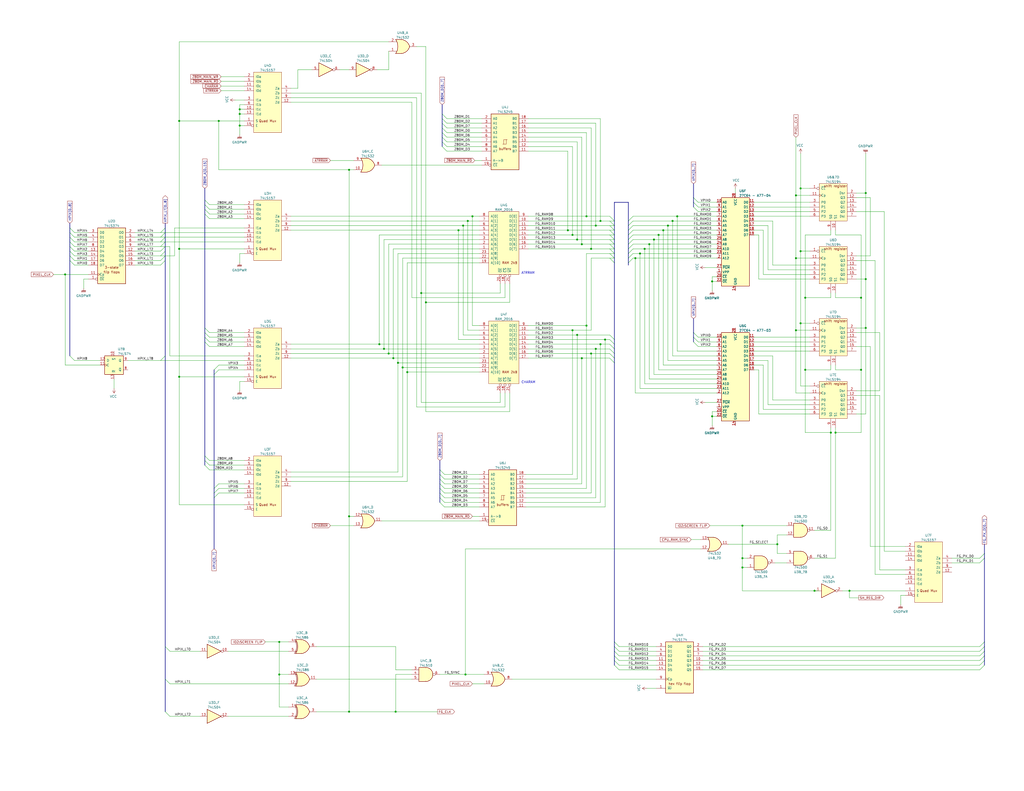
<source format=kicad_sch>
(kicad_sch (version 20211123) (generator eeschema)
  (paper "C")
  (title_block (title "Slapfight Arcade PCB") (company "Schematics created by Neil Ward & Anton Gale"))
  (junction (at 472.44 152.4))
  (junction (at 424.18 297.18))
  (junction (at 469.9 201.93))
  (junction (at 219.71 200.66))
  (junction (at 463.55 322.58))
  (junction (at 434.34 140.97))
  (junction (at 97.79 66.04))
  (junction (at 152.4 368.3))
  (junction (at 255.27 120.65))
  (junction (at 232.41 165.1))
  (junction (at 439.42 201.93))
  (junction (at 190.5 92.71))
  (junction (at 359.41 128.27))
  (junction (at 97.79 205.74))
  (junction (at 130.81 59.69))
  (junction (at 119.38 66.04))
  (junction (at 130.81 68.58))
  (junction (at 314.96 130.81))
  (junction (at 190.5 281.94))
  (junction (at 364.49 123.19))
  (junction (at 405.13 304.8))
  (junction (at 229.87 160.02))
  (junction (at 309.88 125.73))
  (junction (at 472.44 105.41))
  (junction (at 257.81 118.11))
  (junction (at 436.88 176.53))
  (junction (at 325.12 123.19))
  (junction (at 35.56 149.86))
  (junction (at 320.04 118.11))
  (junction (at 434.34 180.34))
  (junction (at 322.58 193.04))
  (junction (at 97.79 135.89))
  (junction (at 190.5 388.62))
  (junction (at 349.25 138.43))
  (junction (at 317.5 133.35))
  (junction (at 327.66 187.96))
  (junction (at 327.66 120.65))
  (junction (at 215.9 388.62))
  (junction (at 152.4 350.52))
  (junction (at 356.87 130.81))
  (junction (at 320.04 177.8))
  (junction (at 209.55 190.5))
  (junction (at 361.95 125.73))
  (junction (at 250.19 125.73))
  (junction (at 212.09 193.04))
  (junction (at 436.88 137.16))
  (junction (at 439.42 162.56))
  (junction (at 214.63 195.58))
  (junction (at 434.34 106.68))
  (junction (at 351.79 135.89))
  (junction (at 405.13 287.02))
  (junction (at 322.58 135.89))
  (junction (at 369.57 118.11))
  (junction (at 367.03 120.65))
  (junction (at 453.39 236.22))
  (junction (at 330.2 185.42))
  (junction (at 405.13 309.88))
  (junction (at 207.01 187.96))
  (junction (at 354.33 133.35))
  (junction (at 388.62 153.67))
  (junction (at 469.9 162.56))
  (junction (at 455.93 236.22))
  (junction (at 314.96 182.88))
  (junction (at 222.25 203.2))
  (junction (at 436.88 102.87))
  (junction (at 444.5 322.58))
  (junction (at 217.17 198.12))
  (junction (at 388.62 227.33))
  (junction (at 252.73 123.19))
  (junction (at 312.42 180.34))
  (junction (at 317.5 195.58))
  (junction (at 312.42 128.27))
  (junction (at 472.44 179.07))
  (junction (at 130.81 62.23))
  (junction (at 254 368.3))
  (junction (at 346.71 140.97))
  (junction (at 325.12 190.5))
  (bus_entry (at 243.84 67.31) (size -2.54 -2.54))
  (bus_entry (at 114.3 111.76) (size -2.54 -2.54))
  (bus_entry (at 114.3 251.46) (size -2.54 -2.54))
  (bus_entry (at 537.21 353.06) (size -2.54 2.54))
  (bus_entry (at 114.3 116.84) (size -2.54 -2.54))
  (bus_entry (at 242.57 274.32) (size -2.54 -2.54))
  (bus_entry (at 38.1 139.7) (size 2.54 2.54))
  (bus_entry (at 38.1 137.16) (size 2.54 2.54))
  (bus_entry (at 114.3 256.54) (size -2.54 -2.54))
  (bus_entry (at 242.57 261.62) (size -2.54 -2.54))
  (bus_entry (at 335.28 358.14) (size 2.54 2.54))
  (bus_entry (at 38.1 142.24) (size 2.54 2.54))
  (bus_entry (at 378.46 107.95) (size 2.54 2.54))
  (bus_entry (at 378.46 113.03) (size 2.54 2.54))
  (bus_entry (at 378.46 110.49) (size 2.54 2.54))
  (bus_entry (at 242.57 276.86) (size -2.54 -2.54))
  (bus_entry (at 243.84 74.93) (size -2.54 -2.54))
  (bus_entry (at 243.84 82.55) (size -2.54 -2.54))
  (bus_entry (at 119.38 264.16) (size -2.54 2.54))
  (bus_entry (at 242.57 271.78) (size -2.54 -2.54))
  (bus_entry (at 114.3 119.38) (size -2.54 -2.54))
  (bus_entry (at 38.1 132.08) (size 2.54 2.54))
  (bus_entry (at 537.21 363.22) (size -2.54 2.54))
  (bus_entry (at 114.3 254) (size -2.54 -2.54))
  (bus_entry (at 38.1 124.46) (size 2.54 2.54))
  (bus_entry (at 38.1 134.62) (size 2.54 2.54))
  (bus_entry (at 243.84 72.39) (size -2.54 -2.54))
  (bus_entry (at 378.46 186.69) (size 2.54 2.54))
  (bus_entry (at 342.9 120.65) (size 2.54 -2.54))
  (bus_entry (at 342.9 125.73) (size 2.54 -2.54))
  (bus_entry (at 342.9 123.19) (size 2.54 -2.54))
  (bus_entry (at 342.9 128.27) (size 2.54 -2.54))
  (bus_entry (at 342.9 130.81) (size 2.54 -2.54))
  (bus_entry (at 342.9 133.35) (size 2.54 -2.54))
  (bus_entry (at 342.9 138.43) (size 2.54 -2.54))
  (bus_entry (at 342.9 135.89) (size 2.54 -2.54))
  (bus_entry (at 342.9 143.51) (size 2.54 -2.54))
  (bus_entry (at 342.9 140.97) (size 2.54 -2.54))
  (bus_entry (at 242.57 266.7) (size -2.54 -2.54))
  (bus_entry (at 242.57 264.16) (size -2.54 -2.54))
  (bus_entry (at 119.38 201.93) (size -2.54 2.54))
  (bus_entry (at 119.38 199.39) (size -2.54 2.54))
  (bus_entry (at 378.46 184.15) (size 2.54 2.54))
  (bus_entry (at 114.3 114.3) (size -2.54 -2.54))
  (bus_entry (at 537.21 358.14) (size -2.54 2.54))
  (bus_entry (at 537.21 355.6) (size -2.54 2.54))
  (bus_entry (at 114.3 189.23) (size -2.54 -2.54))
  (bus_entry (at 92.71 391.16) (size -2.54 -2.54))
  (bus_entry (at 92.71 373.38) (size -2.54 -2.54))
  (bus_entry (at 242.57 259.08) (size -2.54 -2.54))
  (bus_entry (at 38.1 129.54) (size 2.54 2.54))
  (bus_entry (at 332.74 182.88) (size 2.54 2.54))
  (bus_entry (at 332.74 185.42) (size 2.54 2.54))
  (bus_entry (at 332.74 187.96) (size 2.54 2.54))
  (bus_entry (at 332.74 190.5) (size 2.54 2.54))
  (bus_entry (at 332.74 193.04) (size 2.54 2.54))
  (bus_entry (at 332.74 195.58) (size 2.54 2.54))
  (bus_entry (at 335.28 360.68) (size 2.54 2.54))
  (bus_entry (at 335.28 350.52) (size 2.54 2.54))
  (bus_entry (at 537.21 350.52) (size -2.54 2.54))
  (bus_entry (at 534.67 307.34) (size 2.54 -2.54))
  (bus_entry (at 534.67 304.8) (size 2.54 -2.54))
  (bus_entry (at 243.84 77.47) (size -2.54 -2.54))
  (bus_entry (at 119.38 266.7) (size -2.54 2.54))
  (bus_entry (at 114.3 181.61) (size -2.54 -2.54))
  (bus_entry (at 243.84 64.77) (size -2.54 -2.54))
  (bus_entry (at 537.21 360.68) (size -2.54 2.54))
  (bus_entry (at 114.3 186.69) (size -2.54 -2.54))
  (bus_entry (at 87.63 139.7) (size 2.54 -2.54))
  (bus_entry (at 87.63 142.24) (size 2.54 -2.54))
  (bus_entry (at 87.63 144.78) (size 2.54 -2.54))
  (bus_entry (at 87.63 137.16) (size 2.54 -2.54))
  (bus_entry (at 87.63 134.62) (size 2.54 -2.54))
  (bus_entry (at 87.63 132.08) (size 2.54 -2.54))
  (bus_entry (at 87.63 129.54) (size 2.54 -2.54))
  (bus_entry (at 87.63 127) (size 2.54 -2.54))
  (bus_entry (at 242.57 269.24) (size -2.54 -2.54))
  (bus_entry (at 114.3 184.15) (size -2.54 -2.54))
  (bus_entry (at 378.46 181.61) (size 2.54 2.54))
  (bus_entry (at 38.1 127) (size 2.54 2.54))
  (bus_entry (at 243.84 80.01) (size -2.54 -2.54))
  (bus_entry (at 92.71 355.6) (size -2.54 -2.54))
  (bus_entry (at 332.74 133.35) (size 2.54 2.54))
  (bus_entry (at 332.74 130.81) (size 2.54 2.54))
  (bus_entry (at 332.74 135.89) (size 2.54 2.54))
  (bus_entry (at 332.74 120.65) (size 2.54 2.54))
  (bus_entry (at 332.74 118.11) (size 2.54 2.54))
  (bus_entry (at 332.74 128.27) (size 2.54 2.54))
  (bus_entry (at 332.74 125.73) (size 2.54 2.54))
  (bus_entry (at 332.74 123.19) (size 2.54 2.54))
  (bus_entry (at 335.28 363.22) (size 2.54 2.54))
  (bus_entry (at 119.38 269.24) (size -2.54 2.54))
  (bus_entry (at 335.28 353.06) (size 2.54 2.54))
  (bus_entry (at 335.28 355.6) (size 2.54 2.54))
  (bus_entry (at 38.1 194.31) (size 2.54 2.54))
  (bus_entry (at 87.63 196.85) (size 2.54 -2.54))
  (bus_entry (at 332.74 140.97) (size 2.54 2.54))
  (bus_entry (at 332.74 138.43) (size 2.54 2.54))
  (bus_entry (at 243.84 69.85) (size -2.54 -2.54))
  (wire (pts (xy 381 115.57) (xy 391.16 115.57)))
  (wire (pts (xy 119.38 266.7) (xy 133.35 266.7)))
  (wire (pts (xy 214.63 195.58) (xy 261.62 195.58)))
  (wire (pts (xy 455.93 236.22) (xy 455.93 304.8)))
  (bus (pts (xy 378.46 107.95) (xy 378.46 110.49)))
  (wire (pts (xy 345.44 128.27) (xy 359.41 128.27)))
  (wire (pts (xy 40.64 129.54) (xy 48.26 129.54)))
  (wire (pts (xy 35.56 149.86) (xy 35.56 199.39)))
  (wire (pts (xy 401.32 102.87) (xy 401.32 105.41)))
  (wire (pts (xy 384.81 146.05) (xy 391.16 146.05)))
  (wire (pts (xy 436.88 102.87) (xy 441.96 102.87)))
  (wire (pts (xy 441.96 180.34) (xy 434.34 180.34)))
  (bus (pts (xy 537.21 350.52) (xy 537.21 353.06)))
  (wire (pts (xy 219.71 200.66) (xy 261.62 200.66)))
  (wire (pts (xy 261.62 177.8) (xy 257.81 177.8)))
  (bus (pts (xy 240.03 271.78) (xy 240.03 269.24)))
  (wire (pts (xy 130.81 57.15) (xy 133.35 57.15)))
  (wire (pts (xy 180.34 287.02) (xy 193.04 287.02)))
  (wire (pts (xy 288.29 193.04) (xy 322.58 193.04)))
  (wire (pts (xy 40.64 139.7) (xy 48.26 139.7)))
  (wire (pts (xy 288.29 72.39) (xy 320.04 72.39)))
  (bus (pts (xy 335.28 198.12) (xy 335.28 350.52)))
  (bus (pts (xy 378.46 181.61) (xy 378.46 173.99)))
  (bus (pts (xy 38.1 142.24) (xy 38.1 194.31)))
  (wire (pts (xy 275.59 222.25) (xy 275.59 214.63)))
  (wire (pts (xy 261.62 274.32) (xy 242.57 274.32)))
  (wire (pts (xy 384.81 219.71) (xy 391.16 219.71)))
  (wire (pts (xy 252.73 182.88) (xy 252.73 123.19)))
  (wire (pts (xy 172.72 370.84) (xy 224.79 370.84)))
  (wire (pts (xy 172.72 388.62) (xy 190.5 388.62)))
  (wire (pts (xy 278.13 224.79) (xy 278.13 214.63)))
  (wire (pts (xy 133.35 189.23) (xy 114.3 189.23)))
  (wire (pts (xy 327.66 187.96) (xy 332.74 187.96)))
  (bus (pts (xy 335.28 355.6) (xy 335.28 358.14)))
  (bus (pts (xy 378.46 184.15) (xy 378.46 186.69)))
  (wire (pts (xy 152.4 350.52) (xy 157.48 350.52)))
  (wire (pts (xy 447.04 322.58) (xy 444.5 322.58)))
  (wire (pts (xy 288.29 187.96) (xy 327.66 187.96)))
  (wire (pts (xy 361.95 125.73) (xy 361.95 199.39)))
  (wire (pts (xy 288.29 128.27) (xy 312.42 128.27)))
  (wire (pts (xy 383.54 358.14) (xy 534.67 358.14)))
  (wire (pts (xy 441.96 137.16) (xy 436.88 137.16)))
  (wire (pts (xy 130.81 68.58) (xy 130.81 73.66)))
  (bus (pts (xy 378.46 181.61) (xy 378.46 184.15)))
  (wire (pts (xy 421.64 194.31) (xy 421.64 218.44)))
  (wire (pts (xy 391.16 212.09) (xy 349.25 212.09)))
  (bus (pts (xy 116.84 266.7) (xy 116.84 269.24)))
  (wire (pts (xy 405.13 304.8) (xy 405.13 287.02)))
  (wire (pts (xy 369.57 191.77) (xy 391.16 191.77)))
  (wire (pts (xy 259.08 87.63) (xy 262.89 87.63)))
  (wire (pts (xy 419.1 220.98) (xy 441.96 220.98)))
  (wire (pts (xy 97.79 66.04) (xy 97.79 135.89)))
  (wire (pts (xy 288.29 130.81) (xy 314.96 130.81)))
  (wire (pts (xy 240.03 368.3) (xy 254 368.3)))
  (wire (pts (xy 288.29 125.73) (xy 309.88 125.73)))
  (wire (pts (xy 327.66 187.96) (xy 327.66 274.32)))
  (wire (pts (xy 97.79 66.04) (xy 97.79 22.86)))
  (wire (pts (xy 288.29 123.19) (xy 325.12 123.19)))
  (bus (pts (xy 335.28 133.35) (xy 335.28 135.89)))
  (wire (pts (xy 158.75 53.34) (xy 227.33 53.34)))
  (wire (pts (xy 40.64 132.08) (xy 48.26 132.08)))
  (wire (pts (xy 439.42 128.27) (xy 453.39 128.27)))
  (wire (pts (xy 364.49 123.19) (xy 364.49 196.85)))
  (wire (pts (xy 133.35 251.46) (xy 114.3 251.46)))
  (bus (pts (xy 111.76 102.87) (xy 111.76 109.22)))
  (wire (pts (xy 411.48 120.65) (xy 421.64 120.65)))
  (wire (pts (xy 212.09 193.04) (xy 261.62 193.04)))
  (wire (pts (xy 69.85 196.85) (xy 87.63 196.85)))
  (wire (pts (xy 332.74 138.43) (xy 335.28 138.43)))
  (wire (pts (xy 444.5 289.56) (xy 453.39 289.56)))
  (wire (pts (xy 469.9 162.56) (xy 455.93 162.56)))
  (wire (pts (xy 158.75 260.35) (xy 219.71 260.35)))
  (wire (pts (xy 345.44 138.43) (xy 349.25 138.43)))
  (wire (pts (xy 212.09 133.35) (xy 261.62 133.35)))
  (wire (pts (xy 436.88 176.53) (xy 436.88 137.16)))
  (wire (pts (xy 519.43 307.34) (xy 534.67 307.34)))
  (wire (pts (xy 388.62 151.13) (xy 388.62 153.67)))
  (wire (pts (xy 397.51 297.18) (xy 424.18 297.18)))
  (wire (pts (xy 215.9 388.62) (xy 215.9 368.3)))
  (wire (pts (xy 467.36 139.7) (xy 474.98 139.7)))
  (wire (pts (xy 453.39 236.22) (xy 439.42 236.22)))
  (wire (pts (xy 229.87 50.8) (xy 158.75 50.8)))
  (wire (pts (xy 193.04 92.71) (xy 190.5 92.71)))
  (wire (pts (xy 133.35 111.76) (xy 114.3 111.76)))
  (wire (pts (xy 441.96 210.82) (xy 436.88 210.82)))
  (wire (pts (xy 288.29 82.55) (xy 309.88 82.55)))
  (wire (pts (xy 288.29 133.35) (xy 317.5 133.35)))
  (wire (pts (xy 40.64 196.85) (xy 54.61 196.85)))
  (wire (pts (xy 320.04 177.8) (xy 320.04 266.7)))
  (bus (pts (xy 116.84 269.24) (xy 116.84 271.78)))
  (wire (pts (xy 119.38 92.71) (xy 190.5 92.71)))
  (wire (pts (xy 133.35 181.61) (xy 114.3 181.61)))
  (wire (pts (xy 288.29 64.77) (xy 327.66 64.77)))
  (bus (pts (xy 378.46 110.49) (xy 378.46 113.03)))
  (wire (pts (xy 133.35 184.15) (xy 114.3 184.15)))
  (wire (pts (xy 388.62 227.33) (xy 388.62 232.41)))
  (wire (pts (xy 170.18 38.1) (xy 162.56 38.1)))
  (bus (pts (xy 90.17 121.92) (xy 90.17 124.46)))
  (wire (pts (xy 391.16 151.13) (xy 388.62 151.13)))
  (wire (pts (xy 120.65 44.45) (xy 133.35 44.45)))
  (wire (pts (xy 411.48 128.27) (xy 414.02 128.27)))
  (bus (pts (xy 335.28 140.97) (xy 335.28 143.51)))
  (wire (pts (xy 405.13 322.58) (xy 444.5 322.58)))
  (wire (pts (xy 358.14 365.76) (xy 337.82 365.76)))
  (wire (pts (xy 414.02 201.93) (xy 414.02 226.06)))
  (bus (pts (xy 90.17 139.7) (xy 90.17 142.24)))
  (wire (pts (xy 288.29 77.47) (xy 314.96 77.47)))
  (bus (pts (xy 335.28 187.96) (xy 335.28 190.5)))
  (wire (pts (xy 288.29 135.89) (xy 322.58 135.89)))
  (wire (pts (xy 383.54 355.6) (xy 534.67 355.6)))
  (wire (pts (xy 391.16 207.01) (xy 354.33 207.01)))
  (wire (pts (xy 288.29 118.11) (xy 320.04 118.11)))
  (wire (pts (xy 327.66 120.65) (xy 332.74 120.65)))
  (wire (pts (xy 215.9 353.06) (xy 215.9 365.76)))
  (wire (pts (xy 405.13 287.02) (xy 429.26 287.02)))
  (wire (pts (xy 261.62 180.34) (xy 255.27 180.34)))
  (wire (pts (xy 317.5 195.58) (xy 332.74 195.58)))
  (wire (pts (xy 262.89 67.31) (xy 243.84 67.31)))
  (wire (pts (xy 288.29 195.58) (xy 317.5 195.58)))
  (bus (pts (xy 111.76 251.46) (xy 111.76 254)))
  (wire (pts (xy 262.89 64.77) (xy 243.84 64.77)))
  (wire (pts (xy 434.34 214.63) (xy 434.34 180.34)))
  (wire (pts (xy 227.33 53.34) (xy 227.33 222.25)))
  (wire (pts (xy 439.42 162.56) (xy 439.42 128.27)))
  (wire (pts (xy 472.44 179.07) (xy 472.44 226.06)))
  (wire (pts (xy 353.06 375.92) (xy 358.14 375.92)))
  (wire (pts (xy 214.63 195.58) (xy 214.63 135.89)))
  (wire (pts (xy 217.17 198.12) (xy 217.17 257.81)))
  (wire (pts (xy 219.71 260.35) (xy 219.71 200.66)))
  (wire (pts (xy 133.35 116.84) (xy 114.3 116.84)))
  (bus (pts (xy 335.28 190.5) (xy 335.28 193.04)))
  (wire (pts (xy 40.64 144.78) (xy 48.26 144.78)))
  (wire (pts (xy 416.56 149.86) (xy 441.96 149.86)))
  (wire (pts (xy 209.55 190.5) (xy 261.62 190.5)))
  (bus (pts (xy 537.21 355.6) (xy 537.21 358.14)))
  (wire (pts (xy 62.23 212.09) (xy 62.23 207.01)))
  (wire (pts (xy 314.96 77.47) (xy 314.96 130.81)))
  (wire (pts (xy 120.65 46.99) (xy 133.35 46.99)))
  (wire (pts (xy 92.71 355.6) (xy 109.22 355.6)))
  (bus (pts (xy 378.46 107.95) (xy 378.46 100.33)))
  (wire (pts (xy 40.64 127) (xy 48.26 127)))
  (wire (pts (xy 455.93 162.56) (xy 455.93 160.02)))
  (wire (pts (xy 325.12 190.5) (xy 325.12 271.78)))
  (wire (pts (xy 73.66 142.24) (xy 87.63 142.24)))
  (wire (pts (xy 411.48 125.73) (xy 416.56 125.73)))
  (wire (pts (xy 254 299.72) (xy 382.27 299.72)))
  (wire (pts (xy 162.56 38.1) (xy 162.56 48.26)))
  (wire (pts (xy 325.12 190.5) (xy 332.74 190.5)))
  (wire (pts (xy 261.62 264.16) (xy 242.57 264.16)))
  (wire (pts (xy 222.25 262.89) (xy 222.25 203.2)))
  (bus (pts (xy 335.28 193.04) (xy 335.28 195.58)))
  (wire (pts (xy 262.89 77.47) (xy 243.84 77.47)))
  (wire (pts (xy 257.81 373.38) (xy 264.16 373.38)))
  (wire (pts (xy 288.29 74.93) (xy 317.5 74.93)))
  (wire (pts (xy 152.4 368.3) (xy 152.4 386.08)))
  (wire (pts (xy 407.67 304.8) (xy 405.13 304.8)))
  (bus (pts (xy 342.9 110.49) (xy 342.9 120.65)))
  (wire (pts (xy 133.35 114.3) (xy 114.3 114.3)))
  (wire (pts (xy 73.66 144.78) (xy 87.63 144.78)))
  (wire (pts (xy 453.39 236.22) (xy 453.39 289.56)))
  (bus (pts (xy 111.76 116.84) (xy 111.76 179.07)))
  (wire (pts (xy 332.74 130.81) (xy 335.28 130.81)))
  (wire (pts (xy 436.88 210.82) (xy 436.88 176.53)))
  (bus (pts (xy 240.03 269.24) (xy 240.03 266.7)))
  (wire (pts (xy 287.02 259.08) (xy 312.42 259.08)))
  (wire (pts (xy 279.4 370.84) (xy 358.14 370.84)))
  (wire (pts (xy 255.27 120.65) (xy 261.62 120.65)))
  (bus (pts (xy 90.17 134.62) (xy 90.17 137.16)))
  (wire (pts (xy 90.17 134.62) (xy 92.71 134.62)))
  (wire (pts (xy 455.93 233.68) (xy 455.93 236.22)))
  (wire (pts (xy 453.39 201.93) (xy 453.39 199.39)))
  (wire (pts (xy 453.39 128.27) (xy 453.39 125.73)))
  (wire (pts (xy 229.87 160.02) (xy 273.05 160.02)))
  (wire (pts (xy 190.5 388.62) (xy 215.9 388.62)))
  (wire (pts (xy 474.98 189.23) (xy 474.98 298.45)))
  (wire (pts (xy 354.33 133.35) (xy 391.16 133.35)))
  (wire (pts (xy 411.48 186.69) (xy 441.96 186.69)))
  (wire (pts (xy 369.57 118.11) (xy 391.16 118.11)))
  (wire (pts (xy 314.96 182.88) (xy 332.74 182.88)))
  (wire (pts (xy 180.34 87.63) (xy 193.04 87.63)))
  (wire (pts (xy 441.96 140.97) (xy 434.34 140.97)))
  (wire (pts (xy 130.81 208.28) (xy 130.81 213.36)))
  (wire (pts (xy 208.28 90.17) (xy 262.89 90.17)))
  (wire (pts (xy 130.81 138.43) (xy 133.35 138.43)))
  (wire (pts (xy 215.9 368.3) (xy 224.79 368.3)))
  (wire (pts (xy 482.6 115.57) (xy 467.36 115.57)))
  (bus (pts (xy 241.3 67.31) (xy 241.3 64.77)))
  (wire (pts (xy 314.96 130.81) (xy 332.74 130.81)))
  (wire (pts (xy 207.01 128.27) (xy 261.62 128.27)))
  (wire (pts (xy 229.87 160.02) (xy 229.87 50.8)))
  (wire (pts (xy 411.48 118.11) (xy 441.96 118.11)))
  (wire (pts (xy 35.56 199.39) (xy 54.61 199.39)))
  (wire (pts (xy 345.44 135.89) (xy 351.79 135.89)))
  (bus (pts (xy 116.84 271.78) (xy 116.84 299.72)))
  (wire (pts (xy 383.54 365.76) (xy 534.67 365.76)))
  (wire (pts (xy 405.13 309.88) (xy 407.67 309.88)))
  (wire (pts (xy 158.75 187.96) (xy 207.01 187.96)))
  (bus (pts (xy 111.76 111.76) (xy 111.76 114.3)))
  (wire (pts (xy 434.34 180.34) (xy 434.34 140.97)))
  (wire (pts (xy 261.62 269.24) (xy 242.57 269.24)))
  (wire (pts (xy 312.42 259.08) (xy 312.42 180.34)))
  (wire (pts (xy 87.63 196.85) (xy 133.35 196.85)))
  (wire (pts (xy 416.56 223.52) (xy 441.96 223.52)))
  (wire (pts (xy 519.43 304.8) (xy 534.67 304.8)))
  (bus (pts (xy 240.03 274.32) (xy 240.03 271.78)))
  (wire (pts (xy 119.38 66.04) (xy 119.38 92.71)))
  (wire (pts (xy 130.81 68.58) (xy 130.81 62.23)))
  (wire (pts (xy 472.44 152.4) (xy 472.44 105.41)))
  (wire (pts (xy 275.59 162.56) (xy 275.59 154.94)))
  (wire (pts (xy 227.33 25.4) (xy 232.41 25.4)))
  (bus (pts (xy 335.28 123.19) (xy 335.28 125.73)))
  (wire (pts (xy 130.81 62.23) (xy 130.81 59.69)))
  (wire (pts (xy 467.36 181.61) (xy 480.06 181.61)))
  (wire (pts (xy 468.63 326.39) (xy 463.55 326.39)))
  (wire (pts (xy 467.36 105.41) (xy 472.44 105.41)))
  (wire (pts (xy 351.79 135.89) (xy 391.16 135.89)))
  (wire (pts (xy 358.14 353.06) (xy 337.82 353.06)))
  (bus (pts (xy 90.17 370.84) (xy 90.17 388.62)))
  (bus (pts (xy 38.1 134.62) (xy 38.1 137.16)))
  (bus (pts (xy 335.28 120.65) (xy 335.28 123.19)))
  (wire (pts (xy 90.17 139.7) (xy 95.25 139.7)))
  (wire (pts (xy 119.38 269.24) (xy 133.35 269.24)))
  (wire (pts (xy 130.81 138.43) (xy 130.81 143.51)))
  (wire (pts (xy 45.72 152.4) (xy 48.26 152.4)))
  (wire (pts (xy 411.48 199.39) (xy 416.56 199.39)))
  (wire (pts (xy 455.93 236.22) (xy 469.9 236.22)))
  (wire (pts (xy 119.38 201.93) (xy 133.35 201.93)))
  (wire (pts (xy 322.58 180.34) (xy 322.58 140.97)))
  (bus (pts (xy 111.76 186.69) (xy 111.76 248.92)))
  (wire (pts (xy 124.46 355.6) (xy 157.48 355.6)))
  (bus (pts (xy 241.3 64.77) (xy 241.3 62.23)))
  (wire (pts (xy 119.38 199.39) (xy 133.35 199.39)))
  (wire (pts (xy 383.54 363.22) (xy 534.67 363.22)))
  (bus (pts (xy 335.28 185.42) (xy 335.28 187.96)))
  (wire (pts (xy 219.71 200.66) (xy 219.71 140.97)))
  (bus (pts (xy 537.21 304.8) (xy 537.21 350.52)))
  (wire (pts (xy 261.62 271.78) (xy 242.57 271.78)))
  (bus (pts (xy 342.9 140.97) (xy 342.9 143.51)))
  (wire (pts (xy 190.5 281.94) (xy 193.04 281.94)))
  (wire (pts (xy 262.89 74.93) (xy 243.84 74.93)))
  (wire (pts (xy 472.44 226.06) (xy 467.36 226.06)))
  (wire (pts (xy 330.2 185.42) (xy 332.74 185.42)))
  (wire (pts (xy 229.87 219.71) (xy 273.05 219.71)))
  (wire (pts (xy 288.29 185.42) (xy 330.2 185.42)))
  (bus (pts (xy 342.9 128.27) (xy 342.9 130.81)))
  (wire (pts (xy 467.36 107.95) (xy 474.98 107.95)))
  (wire (pts (xy 469.9 236.22) (xy 469.9 201.93)))
  (wire (pts (xy 320.04 138.43) (xy 332.74 138.43)))
  (wire (pts (xy 130.81 59.69) (xy 130.81 57.15)))
  (wire (pts (xy 351.79 135.89) (xy 351.79 209.55)))
  (bus (pts (xy 335.28 350.52) (xy 335.28 353.06)))
  (bus (pts (xy 111.76 181.61) (xy 111.76 184.15)))
  (wire (pts (xy 320.04 118.11) (xy 332.74 118.11)))
  (wire (pts (xy 474.98 139.7) (xy 474.98 107.95)))
  (wire (pts (xy 467.36 215.9) (xy 480.06 215.9)))
  (wire (pts (xy 325.12 271.78) (xy 287.02 271.78)))
  (wire (pts (xy 215.9 365.76) (xy 224.79 365.76)))
  (wire (pts (xy 257.81 118.11) (xy 257.81 177.8)))
  (wire (pts (xy 208.28 284.48) (xy 261.62 284.48)))
  (wire (pts (xy 421.64 120.65) (xy 421.64 144.78)))
  (wire (pts (xy 309.88 125.73) (xy 332.74 125.73)))
  (wire (pts (xy 97.79 22.86) (xy 212.09 22.86)))
  (bus (pts (xy 537.21 358.14) (xy 537.21 360.68)))
  (wire (pts (xy 439.42 162.56) (xy 453.39 162.56)))
  (wire (pts (xy 217.17 198.12) (xy 261.62 198.12)))
  (bus (pts (xy 241.3 69.85) (xy 241.3 67.31)))
  (wire (pts (xy 90.17 129.54) (xy 133.35 129.54)))
  (wire (pts (xy 40.64 134.62) (xy 48.26 134.62)))
  (wire (pts (xy 361.95 125.73) (xy 391.16 125.73)))
  (wire (pts (xy 467.36 179.07) (xy 472.44 179.07)))
  (bus (pts (xy 38.1 124.46) (xy 38.1 127)))
  (wire (pts (xy 255.27 180.34) (xy 255.27 120.65)))
  (bus (pts (xy 342.9 133.35) (xy 342.9 135.89)))
  (wire (pts (xy 287.02 261.62) (xy 314.96 261.62)))
  (wire (pts (xy 377.19 294.64) (xy 382.27 294.64)))
  (wire (pts (xy 325.12 123.19) (xy 332.74 123.19)))
  (wire (pts (xy 436.88 102.87) (xy 436.88 137.16)))
  (wire (pts (xy 158.75 118.11) (xy 257.81 118.11)))
  (bus (pts (xy 342.9 120.65) (xy 342.9 123.19)))
  (wire (pts (xy 95.25 139.7) (xy 95.25 124.46)))
  (wire (pts (xy 207.01 187.96) (xy 207.01 128.27)))
  (wire (pts (xy 224.79 162.56) (xy 275.59 162.56)))
  (wire (pts (xy 40.64 137.16) (xy 48.26 137.16)))
  (wire (pts (xy 356.87 130.81) (xy 391.16 130.81)))
  (wire (pts (xy 388.62 227.33) (xy 391.16 227.33)))
  (wire (pts (xy 130.81 68.58) (xy 133.35 68.58)))
  (wire (pts (xy 133.35 119.38) (xy 114.3 119.38)))
  (wire (pts (xy 480.06 181.61) (xy 480.06 213.36)))
  (wire (pts (xy 73.66 134.62) (xy 87.63 134.62)))
  (wire (pts (xy 261.62 276.86) (xy 242.57 276.86)))
  (wire (pts (xy 439.42 236.22) (xy 439.42 201.93)))
  (wire (pts (xy 214.63 135.89) (xy 261.62 135.89)))
  (wire (pts (xy 367.03 120.65) (xy 391.16 120.65)))
  (bus (pts (xy 90.17 129.54) (xy 90.17 132.08)))
  (wire (pts (xy 419.1 123.19) (xy 419.1 147.32)))
  (wire (pts (xy 467.36 213.36) (xy 480.06 213.36)))
  (wire (pts (xy 288.29 190.5) (xy 325.12 190.5)))
  (wire (pts (xy 229.87 160.02) (xy 229.87 219.71)))
  (wire (pts (xy 411.48 189.23) (xy 441.96 189.23)))
  (wire (pts (xy 494.03 298.45) (xy 474.98 298.45)))
  (wire (pts (xy 207.01 187.96) (xy 261.62 187.96)))
  (wire (pts (xy 215.9 388.62) (xy 238.76 388.62)))
  (bus (pts (xy 241.3 62.23) (xy 241.3 57.15)))
  (wire (pts (xy 40.64 142.24) (xy 48.26 142.24)))
  (bus (pts (xy 537.21 360.68) (xy 537.21 363.22)))
  (wire (pts (xy 480.06 215.9) (xy 480.06 311.15)))
  (bus (pts (xy 116.84 201.93) (xy 116.84 204.47)))
  (wire (pts (xy 469.9 162.56) (xy 469.9 201.93)))
  (wire (pts (xy 314.96 182.88) (xy 314.96 261.62)))
  (wire (pts (xy 421.64 144.78) (xy 441.96 144.78)))
  (wire (pts (xy 172.72 353.06) (xy 215.9 353.06)))
  (wire (pts (xy 414.02 128.27) (xy 414.02 152.4)))
  (wire (pts (xy 35.56 149.86) (xy 48.26 149.86)))
  (wire (pts (xy 287.02 266.7) (xy 320.04 266.7)))
  (wire (pts (xy 152.4 350.52) (xy 152.4 368.3)))
  (wire (pts (xy 367.03 120.65) (xy 367.03 194.31)))
  (wire (pts (xy 441.96 176.53) (xy 436.88 176.53)))
  (wire (pts (xy 322.58 269.24) (xy 287.02 269.24)))
  (wire (pts (xy 405.13 309.88) (xy 405.13 322.58)))
  (wire (pts (xy 356.87 130.81) (xy 356.87 204.47)))
  (wire (pts (xy 130.81 62.23) (xy 133.35 62.23)))
  (wire (pts (xy 262.89 69.85) (xy 243.84 69.85)))
  (bus (pts (xy 335.28 135.89) (xy 335.28 138.43)))
  (wire (pts (xy 472.44 152.4) (xy 472.44 179.07)))
  (wire (pts (xy 288.29 80.01) (xy 312.42 80.01)))
  (wire (pts (xy 332.74 140.97) (xy 335.28 140.97)))
  (wire (pts (xy 346.71 140.97) (xy 346.71 214.63)))
  (wire (pts (xy 224.79 55.88) (xy 224.79 162.56)))
  (bus (pts (xy 38.1 132.08) (xy 38.1 134.62)))
  (wire (pts (xy 90.17 132.08) (xy 133.35 132.08)))
  (wire (pts (xy 320.04 177.8) (xy 320.04 138.43)))
  (bus (pts (xy 38.1 127) (xy 38.1 129.54)))
  (wire (pts (xy 422.91 307.34) (xy 429.26 307.34)))
  (wire (pts (xy 494.03 300.99) (xy 482.6 300.99)))
  (wire (pts (xy 421.64 218.44) (xy 441.96 218.44)))
  (wire (pts (xy 317.5 133.35) (xy 332.74 133.35)))
  (wire (pts (xy 124.46 391.16) (xy 157.48 391.16)))
  (wire (pts (xy 434.34 140.97) (xy 434.34 106.68)))
  (wire (pts (xy 232.41 165.1) (xy 278.13 165.1)))
  (wire (pts (xy 262.89 80.01) (xy 243.84 80.01)))
  (wire (pts (xy 411.48 201.93) (xy 414.02 201.93)))
  (wire (pts (xy 288.29 182.88) (xy 314.96 182.88)))
  (bus (pts (xy 335.28 195.58) (xy 335.28 198.12)))
  (wire (pts (xy 345.44 140.97) (xy 346.71 140.97)))
  (wire (pts (xy 405.13 309.88) (xy 405.13 304.8)))
  (wire (pts (xy 467.36 142.24) (xy 477.52 142.24)))
  (bus (pts (xy 90.17 194.31) (xy 90.17 353.06)))
  (wire (pts (xy 97.79 205.74) (xy 97.79 135.89)))
  (wire (pts (xy 455.93 201.93) (xy 455.93 199.39)))
  (wire (pts (xy 158.75 190.5) (xy 209.55 190.5)))
  (wire (pts (xy 477.52 142.24) (xy 477.52 313.69)))
  (wire (pts (xy 92.71 194.31) (xy 133.35 194.31)))
  (wire (pts (xy 227.33 222.25) (xy 275.59 222.25)))
  (wire (pts (xy 133.35 66.04) (xy 119.38 66.04)))
  (wire (pts (xy 322.58 193.04) (xy 332.74 193.04)))
  (bus (pts (xy 111.76 179.07) (xy 111.76 181.61)))
  (wire (pts (xy 346.71 140.97) (xy 391.16 140.97)))
  (wire (pts (xy 261.62 138.43) (xy 217.17 138.43)))
  (bus (pts (xy 342.9 138.43) (xy 342.9 140.97)))
  (wire (pts (xy 424.18 292.1) (xy 424.18 297.18)))
  (wire (pts (xy 262.89 72.39) (xy 243.84 72.39)))
  (wire (pts (xy 261.62 266.7) (xy 242.57 266.7)))
  (wire (pts (xy 424.18 302.26) (xy 429.26 302.26)))
  (wire (pts (xy 419.1 147.32) (xy 441.96 147.32)))
  (wire (pts (xy 158.75 48.26) (xy 162.56 48.26)))
  (wire (pts (xy 73.66 132.08) (xy 87.63 132.08)))
  (wire (pts (xy 254 299.72) (xy 254 368.3)))
  (wire (pts (xy 209.55 130.81) (xy 261.62 130.81)))
  (bus (pts (xy 335.28 360.68) (xy 335.28 363.22)))
  (wire (pts (xy 359.41 128.27) (xy 391.16 128.27)))
  (wire (pts (xy 261.62 185.42) (xy 250.19 185.42)))
  (wire (pts (xy 97.79 275.59) (xy 97.79 205.74)))
  (wire (pts (xy 381 189.23) (xy 391.16 189.23)))
  (wire (pts (xy 337.82 355.6) (xy 358.14 355.6)))
  (wire (pts (xy 345.44 130.81) (xy 356.87 130.81)))
  (wire (pts (xy 257.81 118.11) (xy 261.62 118.11)))
  (wire (pts (xy 73.66 137.16) (xy 87.63 137.16)))
  (wire (pts (xy 358.14 363.22) (xy 337.82 363.22)))
  (bus (pts (xy 342.9 143.51) (xy 342.9 144.78)))
  (wire (pts (xy 87.63 129.54) (xy 90.17 129.54)))
  (bus (pts (xy 342.9 123.19) (xy 342.9 125.73)))
  (wire (pts (xy 257.81 281.94) (xy 261.62 281.94)))
  (wire (pts (xy 345.44 120.65) (xy 367.03 120.65)))
  (wire (pts (xy 436.88 83.82) (xy 436.88 102.87)))
  (bus (pts (xy 116.84 204.47) (xy 116.84 266.7)))
  (wire (pts (xy 391.16 199.39) (xy 361.95 199.39)))
  (wire (pts (xy 119.38 66.04) (xy 97.79 66.04)))
  (wire (pts (xy 222.25 143.51) (xy 261.62 143.51)))
  (wire (pts (xy 327.66 274.32) (xy 287.02 274.32)))
  (wire (pts (xy 391.16 214.63) (xy 346.71 214.63)))
  (wire (pts (xy 158.75 123.19) (xy 252.73 123.19)))
  (wire (pts (xy 345.44 123.19) (xy 364.49 123.19)))
  (wire (pts (xy 364.49 123.19) (xy 391.16 123.19)))
  (wire (pts (xy 205.74 38.1) (xy 212.09 38.1)))
  (wire (pts (xy 383.54 360.68) (xy 534.67 360.68)))
  (wire (pts (xy 411.48 115.57) (xy 441.96 115.57)))
  (wire (pts (xy 439.42 201.93) (xy 453.39 201.93)))
  (wire (pts (xy 391.16 204.47) (xy 356.87 204.47)))
  (wire (pts (xy 358.14 360.68) (xy 337.82 360.68)))
  (wire (pts (xy 158.75 55.88) (xy 224.79 55.88)))
  (wire (pts (xy 212.09 38.1) (xy 212.09 27.94)))
  (wire (pts (xy 472.44 83.82) (xy 472.44 105.41)))
  (wire (pts (xy 434.34 74.93) (xy 434.34 106.68)))
  (wire (pts (xy 429.26 292.1) (xy 424.18 292.1)))
  (wire (pts (xy 388.62 153.67) (xy 391.16 153.67)))
  (wire (pts (xy 369.57 118.11) (xy 369.57 191.77)))
  (wire (pts (xy 388.62 153.67) (xy 388.62 158.75)))
  (wire (pts (xy 92.71 134.62) (xy 92.71 194.31)))
  (wire (pts (xy 332.74 120.65) (xy 335.28 120.65)))
  (wire (pts (xy 469.9 162.56) (xy 469.9 128.27)))
  (wire (pts (xy 119.38 264.16) (xy 133.35 264.16)))
  (wire (pts (xy 391.16 201.93) (xy 359.41 201.93)))
  (wire (pts (xy 87.63 139.7) (xy 90.17 139.7)))
  (wire (pts (xy 330.2 185.42) (xy 330.2 276.86)))
  (wire (pts (xy 332.74 133.35) (xy 335.28 133.35)))
  (wire (pts (xy 330.2 276.86) (xy 287.02 276.86)))
  (wire (pts (xy 73.66 129.54) (xy 87.63 129.54)))
  (wire (pts (xy 388.62 224.79) (xy 388.62 227.33)))
  (wire (pts (xy 190.5 281.94) (xy 190.5 388.62)))
  (wire (pts (xy 345.44 125.73) (xy 361.95 125.73)))
  (bus (pts (xy 335.28 358.14) (xy 335.28 360.68)))
  (wire (pts (xy 411.48 110.49) (xy 441.96 110.49)))
  (wire (pts (xy 317.5 195.58) (xy 317.5 264.16)))
  (bus (pts (xy 537.21 297.18) (xy 537.21 302.26)))
  (wire (pts (xy 439.42 162.56) (xy 439.42 201.93)))
  (wire (pts (xy 322.58 140.97) (xy 332.74 140.97)))
  (wire (pts (xy 411.48 191.77) (xy 441.96 191.77)))
  (wire (pts (xy 320.04 72.39) (xy 320.04 118.11)))
  (bus (pts (xy 38.1 121.92) (xy 38.1 124.46)))
  (wire (pts (xy 158.75 262.89) (xy 222.25 262.89)))
  (wire (pts (xy 158.75 193.04) (xy 212.09 193.04)))
  (wire (pts (xy 133.35 186.69) (xy 114.3 186.69)))
  (bus (pts (xy 240.03 261.62) (xy 240.03 259.08)))
  (wire (pts (xy 358.14 358.14) (xy 337.82 358.14)))
  (wire (pts (xy 273.05 214.63) (xy 273.05 219.71)))
  (wire (pts (xy 411.48 194.31) (xy 421.64 194.31)))
  (bus (pts (xy 240.03 259.08) (xy 240.03 256.54)))
  (wire (pts (xy 391.16 209.55) (xy 351.79 209.55)))
  (bus (pts (xy 38.1 139.7) (xy 38.1 142.24)))
  (wire (pts (xy 469.9 201.93) (xy 455.93 201.93)))
  (bus (pts (xy 241.3 74.93) (xy 241.3 72.39)))
  (wire (pts (xy 391.16 194.31) (xy 367.03 194.31)))
  (wire (pts (xy 345.44 133.35) (xy 354.33 133.35)))
  (wire (pts (xy 453.39 233.68) (xy 453.39 236.22)))
  (wire (pts (xy 288.29 69.85) (xy 322.58 69.85)))
  (wire (pts (xy 414.02 152.4) (xy 441.96 152.4)))
  (bus (pts (xy 111.76 184.15) (xy 111.76 186.69)))
  (wire (pts (xy 381 186.69) (xy 391.16 186.69)))
  (wire (pts (xy 424.18 297.18) (xy 424.18 302.26)))
  (wire (pts (xy 87.63 134.62) (xy 90.17 134.62)))
  (wire (pts (xy 158.75 195.58) (xy 214.63 195.58)))
  (bus (pts (xy 335.28 110.49) (xy 342.9 110.49)))
  (wire (pts (xy 288.29 177.8) (xy 320.04 177.8)))
  (wire (pts (xy 222.25 203.2) (xy 222.25 143.51)))
  (wire (pts (xy 212.09 193.04) (xy 212.09 133.35)))
  (wire (pts (xy 97.79 205.74) (xy 133.35 205.74)))
  (bus (pts (xy 90.17 137.16) (xy 90.17 139.7)))
  (wire (pts (xy 383.54 353.06) (xy 534.67 353.06)))
  (wire (pts (xy 349.25 138.43) (xy 391.16 138.43)))
  (bus (pts (xy 335.28 120.65) (xy 335.28 110.49)))
  (wire (pts (xy 387.35 287.02) (xy 405.13 287.02)))
  (wire (pts (xy 381 113.03) (xy 391.16 113.03)))
  (wire (pts (xy 262.89 82.55) (xy 243.84 82.55)))
  (wire (pts (xy 222.25 203.2) (xy 261.62 203.2)))
  (wire (pts (xy 73.66 139.7) (xy 87.63 139.7)))
  (wire (pts (xy 441.96 106.68) (xy 434.34 106.68)))
  (wire (pts (xy 73.66 127) (xy 87.63 127)))
  (wire (pts (xy 411.48 113.03) (xy 441.96 113.03)))
  (wire (pts (xy 87.63 132.08) (xy 90.17 132.08)))
  (wire (pts (xy 128.27 54.61) (xy 133.35 54.61)))
  (wire (pts (xy 185.42 38.1) (xy 190.5 38.1)))
  (wire (pts (xy 391.16 224.79) (xy 388.62 224.79)))
  (bus (pts (xy 240.03 264.16) (xy 240.03 261.62)))
  (wire (pts (xy 317.5 74.93) (xy 317.5 133.35)))
  (wire (pts (xy 416.56 125.73) (xy 416.56 149.86)))
  (bus (pts (xy 90.17 142.24) (xy 90.17 194.31)))
  (bus (pts (xy 335.28 125.73) (xy 335.28 128.27)))
  (wire (pts (xy 467.36 152.4) (xy 472.44 152.4)))
  (wire (pts (xy 312.42 80.01) (xy 312.42 128.27)))
  (wire (pts (xy 482.6 300.99) (xy 482.6 115.57)))
  (bus (pts (xy 90.17 353.06) (xy 90.17 370.84)))
  (wire (pts (xy 97.79 135.89) (xy 133.35 135.89)))
  (bus (pts (xy 38.1 137.16) (xy 38.1 139.7)))
  (wire (pts (xy 144.78 350.52) (xy 152.4 350.52)))
  (wire (pts (xy 158.75 125.73) (xy 250.19 125.73)))
  (wire (pts (xy 261.62 182.88) (xy 252.73 182.88)))
  (wire (pts (xy 29.21 149.86) (xy 35.56 149.86)))
  (wire (pts (xy 90.17 127) (xy 133.35 127)))
  (wire (pts (xy 232.41 165.1) (xy 232.41 224.79)))
  (bus (pts (xy 335.28 138.43) (xy 335.28 140.97)))
  (wire (pts (xy 130.81 208.28) (xy 133.35 208.28)))
  (bus (pts (xy 537.21 302.26) (xy 537.21 304.8)))
  (wire (pts (xy 411.48 123.19) (xy 419.1 123.19)))
  (bus (pts (xy 90.17 124.46) (xy 90.17 127)))
  (wire (pts (xy 416.56 199.39) (xy 416.56 223.52)))
  (wire (pts (xy 477.52 313.69) (xy 494.03 313.69)))
  (wire (pts (xy 261.62 261.62) (xy 242.57 261.62)))
  (wire (pts (xy 254 368.3) (xy 264.16 368.3)))
  (wire (pts (xy 411.48 196.85) (xy 419.1 196.85)))
  (wire (pts (xy 463.55 322.58) (xy 494.03 322.58)))
  (bus (pts (xy 342.9 125.73) (xy 342.9 128.27)))
  (wire (pts (xy 312.42 180.34) (xy 322.58 180.34)))
  (bus (pts (xy 241.3 77.47) (xy 241.3 74.93)))
  (wire (pts (xy 414.02 226.06) (xy 441.96 226.06)))
  (wire (pts (xy 309.88 82.55) (xy 309.88 125.73)))
  (wire (pts (xy 92.71 373.38) (xy 157.48 373.38)))
  (wire (pts (xy 190.5 92.71) (xy 190.5 281.94)))
  (wire (pts (xy 92.71 391.16) (xy 109.22 391.16)))
  (wire (pts (xy 261.62 259.08) (xy 242.57 259.08)))
  (wire (pts (xy 252.73 123.19) (xy 261.62 123.19)))
  (bus (pts (xy 111.76 114.3) (xy 111.76 116.84)))
  (wire (pts (xy 463.55 326.39) (xy 463.55 322.58)))
  (bus (pts (xy 335.28 130.81) (xy 335.28 133.35)))
  (wire (pts (xy 95.25 124.46) (xy 133.35 124.46)))
  (wire (pts (xy 325.12 67.31) (xy 325.12 123.19)))
  (wire (pts (xy 87.63 127) (xy 90.17 127)))
  (bus (pts (xy 240.03 266.7) (xy 240.03 264.16)))
  (bus (pts (xy 335.28 143.51) (xy 335.28 185.42)))
  (wire (pts (xy 45.72 152.4) (xy 45.72 157.48)))
  (wire (pts (xy 391.16 196.85) (xy 364.49 196.85)))
  (wire (pts (xy 332.74 128.27) (xy 335.28 128.27)))
  (wire (pts (xy 120.65 49.53) (xy 133.35 49.53)))
  (bus (pts (xy 90.17 132.08) (xy 90.17 134.62)))
  (wire (pts (xy 441.96 214.63) (xy 434.34 214.63)))
  (wire (pts (xy 133.35 256.54) (xy 114.3 256.54)))
  (bus (pts (xy 90.17 127) (xy 90.17 129.54)))
  (wire (pts (xy 278.13 165.1) (xy 278.13 154.94)))
  (wire (pts (xy 288.29 120.65) (xy 327.66 120.65)))
  (wire (pts (xy 419.1 196.85) (xy 419.1 220.98)))
  (wire (pts (xy 232.41 25.4) (xy 232.41 165.1)))
  (wire (pts (xy 133.35 254) (xy 114.3 254)))
  (wire (pts (xy 453.39 162.56) (xy 453.39 160.02)))
  (wire (pts (xy 120.65 41.91) (xy 133.35 41.91)))
  (wire (pts (xy 322.58 69.85) (xy 322.58 135.89)))
  (wire (pts (xy 332.74 123.19) (xy 335.28 123.19)))
  (wire (pts (xy 349.25 212.09) (xy 349.25 138.43)))
  (bus (pts (xy 241.3 72.39) (xy 241.3 69.85)))
  (wire (pts (xy 217.17 138.43) (xy 217.17 198.12)))
  (wire (pts (xy 455.93 128.27) (xy 455.93 125.73)))
  (wire (pts (xy 133.35 275.59) (xy 97.79 275.59)))
  (wire (pts (xy 444.5 304.8) (xy 455.93 304.8)))
  (wire (pts (xy 322.58 135.89) (xy 332.74 135.89)))
  (wire (pts (xy 250.19 185.42) (xy 250.19 125.73)))
  (bus (pts (xy 335.28 128.27) (xy 335.28 130.81)))
  (wire (pts (xy 322.58 193.04) (xy 322.58 269.24)))
  (wire (pts (xy 152.4 386.08) (xy 157.48 386.08)))
  (wire (pts (xy 152.4 368.3) (xy 157.48 368.3)))
  (wire (pts (xy 467.36 189.23) (xy 474.98 189.23)))
  (wire (pts (xy 312.42 128.27) (xy 332.74 128.27)))
  (wire (pts (xy 232.41 224.79) (xy 278.13 224.79)))
  (wire (pts (xy 288.29 67.31) (xy 325.12 67.31)))
  (wire (pts (xy 469.9 128.27) (xy 455.93 128.27)))
  (wire (pts (xy 459.74 322.58) (xy 463.55 322.58)))
  (wire (pts (xy 158.75 120.65) (xy 255.27 120.65)))
  (wire (pts (xy 491.49 325.12) (xy 494.03 325.12)))
  (wire (pts (xy 327.66 64.77) (xy 327.66 120.65)))
  (wire (pts (xy 480.06 311.15) (xy 494.03 311.15)))
  (wire (pts (xy 217.17 257.81) (xy 158.75 257.81)))
  (bus (pts (xy 241.3 80.01) (xy 241.3 77.47)))
  (bus (pts (xy 335.28 353.06) (xy 335.28 355.6)))
  (bus (pts (xy 537.21 353.06) (xy 537.21 355.6)))
  (wire (pts (xy 287.02 264.16) (xy 317.5 264.16)))
  (wire (pts (xy 491.49 325.12) (xy 491.49 330.2)))
  (wire (pts (xy 411.48 184.15) (xy 441.96 184.15)))
  (wire (pts (xy 332.74 125.73) (xy 335.28 125.73)))
  (bus (pts (xy 38.1 129.54) (xy 38.1 132.08)))
  (bus (pts (xy 111.76 248.92) (xy 111.76 251.46)))
  (bus (pts (xy 240.03 256.54) (xy 240.03 251.46)))
  (wire (pts (xy 345.44 118.11) (xy 369.57 118.11)))
  (wire (pts (xy 359.41 128.27) (xy 359.41 201.93)))
  (wire (pts (xy 288.29 180.34) (xy 312.42 180.34)))
  (wire (pts (xy 332.74 135.89) (xy 335.28 135.89)))
  (wire (pts (xy 273.05 154.94) (xy 273.05 160.02)))
  (wire (pts (xy 130.81 59.69) (xy 133.35 59.69)))
  (wire (pts (xy 354.33 133.35) (xy 354.33 207.01)))
  (wire (pts (xy 381 184.15) (xy 391.16 184.15)))
  (bus (pts (xy 111.76 109.22) (xy 111.76 111.76)))
  (wire (pts (xy 381 110.49) (xy 391.16 110.49)))
  (wire (pts (xy 219.71 140.97) (xy 261.62 140.97)))
  (bus (pts (xy 342.9 135.89) (xy 342.9 138.43)))
  (wire (pts (xy 250.19 125.73) (xy 261.62 125.73)))
  (bus (pts (xy 342.9 130.81) (xy 342.9 133.35)))
  (wire (pts (xy 209.55 190.5) (xy 209.55 130.81)))
  (text "CHARAM" (at 284.48 209.55 0) (effects (font (size 1.27 1.27)) (justify left bottom)))
  (text "ATRRAM" (at 284.48 149.86 0) (effects (font (size 1.27 1.27)) (justify left bottom)))
  (label "FG_RAMD1" (at 292.122 180.34 0))
  (label "FG_RAMD0" (at 292.122 177.8 0))
  (label "Z80M_D0" (at 256.54 72.39 180))
  (label "FG_RAMD13" (at 342.9 360.68 0))
  (label "Z80M_D6" (at 255.27 269.24 180))
  (label "HPIX_LT1" (at 104.14 373.38 180))
  (label "Z80M_A6" (at 127 186.69 180))
  (label "FG_RAMD6" (at 292.122 193.04 0))
  (label "FG_PX_D5" (at 396.24 360.68 180))
  (label "FG_S0" (at 445.77 289.56 0))
  (label "Z80M_D7" (at 255.27 264.16 180))
  (label "FG_PX_D6" (at 396.24 363.22 180))
  (label "FG_RAMD5" (at 292.122 190.5 0))
  (label "HPIX8" (at 41.91 196.85 0))
  (label "FG_RAMD7" (at 292.122 195.58 0))
  (label "FG_RAMD9" (at 378.482 140.97 0))
  (label "Z80M_A2" (at 127 116.84 180))
  (label "FG_RAMD2" (at 378.46 123.19 0))
  (label "FG_RAMD14" (at 292.1 133.35 0))
  (label "HPIX5" (at 41.91 129.54 0))
  (label "FG_RAMD7" (at 378.482 135.89 0))
  (label "FG_RAMD12" (at 292.1 128.27 0))
  (label "VPIX1" (at 382.27 186.69 0))
  (label "Z80M_D4" (at 256.54 80.01 180))
  (label "Z80M_D1" (at 255.27 259.08 180))
  (label "HPIX_LT1" (at 74.93 142.24 0))
  (label "FG_PX_D3" (at 396.24 355.6 180))
  (label "FG_RAMD12" (at 342.9 358.14 0))
  (label "Z80M_D0" (at 255.27 266.7 180))
  (label "Z80M_A9" (at 127 254 180))
  (label "VPIX2" (at 382.27 189.23 0))
  (label "FG_RAMD8" (at 378.482 138.43 0))
  (label "HPIX1" (at 41.91 142.24 0))
  (label "HPIX_LT2" (at 74.93 137.16 0))
  (label "FG_SELECT" (at 408.94 297.18 0))
  (label "FG_RAMD9" (at 292.1 120.65 0))
  (label "HPIX_LT4" (at 74.93 127 0))
  (label "FG_RAMD3" (at 378.482 125.73 0))
  (label "FG_RAMD1" (at 378.482 120.65 0))
  (label "HPIX_LT6" (at 74.93 132.08 0))
  (label "HPIX7" (at 41.91 134.62 0))
  (label "Z80M_A7" (at 127 189.23 180))
  (label "Z80M_D5" (at 256.54 77.47 180))
  (label "FG_RAMD15" (at 342.9 365.76 0))
  (label "FG_PX_D7" (at 396.24 365.76 180))
  (label "FG_RAMD5" (at 378.482 130.81 0))
  (label "HPIX_LT3" (at 74.93 139.7 0))
  (label "Z80M_D3" (at 256.54 82.55 180))
  (label "HPIX6" (at 41.91 132.08 0))
  (label "Z80M_D3" (at 255.27 276.86 180))
  (label "VPIX0" (at 382.27 110.49 0))
  (label "HPIX_LT8" (at 74.93 196.85 0))
  (label "FG_RAMD3" (at 292.122 185.42 0))
  (label "Z80M_A1" (at 127 114.3 180))
  (label "VPIX5" (at 124.46 264.16 0))
  (label "VPIX6" (at 124.46 266.7 0))
  (label "Z80M_A3" (at 127 119.38 180))
  (label "Z80M_D2" (at 255.27 261.62 180))
  (label "Z80M_A4" (at 127 181.61 180))
  (label "FG_RAMD11" (at 342.9 355.6 0))
  (label "FG_RAMD13" (at 292.1 130.81 0))
  (label "FG_RAMD8" (at 292.1 118.11 0))
  (label "HPIX_LT0" (at 74.93 144.78 0))
  (label "FG_RAMD15" (at 292.1 135.89 0))
  (label "HPIX_LT2" (at 104.14 391.16 180))
  (label "HPIX_LT7" (at 74.93 134.62 0))
  (label "Z80M_A8" (at 127 251.46 180))
  (label "VPIX3" (at 124.46 199.39 0))
  (label "Z80M_A5" (at 127 184.15 180))
  (label "VPIX0" (at 382.27 184.15 0))
  (label "FG_S1" (at 445.77 304.8 0))
  (label "VPIX4" (at 124.46 201.93 0))
  (label "HPIX3" (at 41.91 139.7 0))
  (label "Z80M_D6" (at 256.54 74.93 180))
  (label "FG_PX_D0" (at 521.97 304.8 0))
  (label "FG_RAMD14" (at 342.9 363.22 0))
  (label "VPIX1" (at 382.27 113.03 0))
  (label "HPIX_LT5" (at 74.93 129.54 0))
  (label "FG_RAMD4" (at 292.122 187.96 0))
  (label "FG_RAMD11" (at 292.1 125.73 0))
  (label "Z80M_A10" (at 127 256.54 180))
  (label "Z80M_D4" (at 255.27 274.32 180))
  (label "FG_PX_D2" (at 396.24 353.06 180))
  (label "Z80M_D1" (at 256.54 64.77 180))
  (label "VPIX7" (at 124.46 269.24 0))
  (label "HPIX4" (at 41.91 127 0))
  (label "FG_RAMD0" (at 378.482 118.11 0))
  (label "FG_RAMD4" (at 378.482 128.27 0))
  (label "Z80M_D7" (at 256.54 69.85 180))
  (label "Z80M_D5" (at 255.27 271.78 180))
  (label "HPIX_LT0" (at 104.14 355.6 180))
  (label "HPIX0" (at 41.91 144.78 0))
  (label "FG_RAMD10" (at 342.878 353.06 0))
  (label "Z80M_D2" (at 256.54 67.31 180))
  (label "FG_RAMD10" (at 292.078 123.19 0))
  (label "FG_RAMD6" (at 378.482 133.35 0))
  (label "HPIX2" (at 41.91 137.16 0))
  (label "FG_PX_D1" (at 521.97 307.34 0))
  (label "Z80M_A0" (at 127 111.76 180))
  (label "FG_PX_D4" (at 396.24 358.14 180))
  (label "FG_SYNC" (at 242.57 368.3 0))
  (label "FG_RAMD2" (at 292.1 182.88 0))
  (label "VPIX2" (at 382.27 115.57 0))
  (global_label "~{CHARAM}" (shape input) (at 180.34 287.02 180) (property "Intersheet References" "${INTERSHEET_REFS}" (effects hide)))
  (global_label "CPU_RAM_SYNC" (shape input) (at 377.19 294.64 180) (property "Intersheet References" "${INTERSHEET_REFS}" (effects hide)))
  (global_label "~{Z80M_MAIN_RD}" (shape input) (at 120.65 44.45 180) (property "Intersheet References" "${INTERSHEET_REFS}" (effects hide)))
  (global_label "~{CHARAM}" (shape input) (at 120.65 46.99 180) (property "Intersheet References" "${INTERSHEET_REFS}" (effects hide)))
  (global_label "PIXEL_CLK" (shape input) (at 29.21 149.86 180) (property "Intersheet References" "${INTERSHEET_REFS}" (effects hide)))
  (global_label "Z80M_D[0..7]" (shape input) (at 240.03 251.46 90) (property "Intersheet References" "${INTERSHEET_REFS}" (effects hide)))
  (global_label "SH_REG_DIR" (shape output) (at 468.63 326.39 0) (property "Intersheet References" "${INTERSHEET_REFS}" (effects hide)))
  (global_label "~{ATRRAM}" (shape input) (at 180.34 87.63 180) (property "Intersheet References" "${INTERSHEET_REFS}" (effects hide)))
  (global_label "PIXEL_CLK" (shape input) (at 257.81 373.38 180) (property "Intersheet References" "${INTERSHEET_REFS}" (effects hide)))
  (global_label "VPIX[0..7]" (shape input) (at 378.46 173.99 90) (property "Intersheet References" "${INTERSHEET_REFS}" (effects hide)))
  (global_label "Z80M_D[0..7]" (shape input) (at 241.3 57.15 90) (property "Intersheet References" "${INTERSHEET_REFS}" (effects hide)))
  (global_label "~{Z80M_MAIN_RD}" (shape input) (at 257.81 281.94 180) (property "Intersheet References" "${INTERSHEET_REFS}" (effects hide)))
  (global_label "~{Z80M_MAIN_WR}" (shape input) (at 120.65 41.91 180) (property "Intersheet References" "${INTERSHEET_REFS}" (effects hide)))
  (global_label "~{Z80M_MAIN_RD}" (shape input) (at 259.08 87.63 180) (property "Intersheet References" "${INTERSHEET_REFS}" (effects hide)))
  (global_label "FG_PX_D[0..7]" (shape output) (at 537.21 297.18 90) (property "Intersheet References" "${INTERSHEET_REFS}" (effects hide)))
  (global_label "HPIX[0..8]" (shape input) (at 38.1 121.92 90) (property "Intersheet References" "${INTERSHEET_REFS}" (effects hide)))
  (global_label "~{ATRRAM}" (shape input) (at 120.65 49.53 180) (property "Intersheet References" "${INTERSHEET_REFS}" (effects hide)))
  (global_label "VPIX[0..7]" (shape input) (at 116.84 299.72 270) (property "Intersheet References" "${INTERSHEET_REFS}" (effects hide)))
  (global_label "FG_CLK" (shape output) (at 238.76 388.62 0) (property "Intersheet References" "${INTERSHEET_REFS}" (effects hide)))
  (global_label "Z80M_A[0..15]" (shape input) (at 111.76 102.87 90) (property "Intersheet References" "${INTERSHEET_REFS}" (effects hide)))
  (global_label "VPIX[0..7]" (shape input) (at 378.46 100.33 90) (property "Intersheet References" "${INTERSHEET_REFS}" (effects hide)))
  (global_label "IO2:SCREEN FLIP" (shape input) (at 144.78 350.52 180) (property "Intersheet References" "${INTERSHEET_REFS}" (effects hide)))
  (global_label "HPIX_LT[0..8]" (shape output) (at 90.17 121.92 90) (property "Intersheet References" "${INTERSHEET_REFS}" (effects hide)))
  (global_label "PIXEL_CLK" (shape input) (at 434.34 74.93 90) (property "Intersheet References" "${INTERSHEET_REFS}" (effects hide)))
  (global_label "IO2:SCREEN FLIP" (shape input) (at 387.35 287.02 180) (property "Intersheet References" "${INTERSHEET_REFS}" (effects hide)))
  (symbol (lib_id "jt74:74LS32") (at 271.78 370.84 0) (unit 3)
    (property "Reference" "U4B_" (at 271.78 363.3302 0))
    (property "Value" "74LS32" (at 271.78 365.8671 0))
    (property "Datasheet" "http://www.ti.com/lit/gpn/sn74LS32" (effects hide))
  )
  (symbol (lib_id "power:VCC") (at 128.27 54.61 90) (unit 1)
    (property "Reference" "#PWR0128" (effects hide))
    (property "Value" "VCC" (at 123.8758 54.229 0))
  )
  (symbol (lib_id "jt74:74LS194") (at 454.66 186.69 0) (mirror x) (unit 1)
    (property "Reference" "U7D" (at 454.66 170.4172 0))
    (property "Value" "74LS194" (at 454.66 172.9541 0))
    (property "Datasheet" "http://www.ti.com/lit/gpn/sn74LS194" (effects hide))
  )
  (symbol (lib_name "74LS157_1") (lib_id "jt74:74LS157") (at 146.05 54.61 0) (unit 1)
    (property "Reference" "U4D" (at 146.05 35.7972 0))
    (property "Value" "74LS157" (at 146.05 38.3341 0))
    (property "Datasheet" "http://www.ti.com/lit/gpn/sn74LS157" (effects hide))
  )
  (symbol (lib_id "jt74:74LS194") (at 454.66 113.03 0) (mirror x) (unit 1)
    (property "Reference" "U6&7D" (at 454.66 96.7572 0))
    (property "Value" "74LS194" (at 454.66 99.2941 0))
    (property "Datasheet" "http://www.ti.com/lit/gpn/sn74LS194" (effects hide))
  )
  (symbol (lib_id "jt74:74LS245") (at 274.32 271.78 0) (unit 1)
    (property "Reference" "U6J" (at 274.32 252.8402 0))
    (property "Value" "74LS245" (at 274.32 255.3771 0))
    (property "Datasheet" "http://www.ti.com/lit/gpn/sn74LS245" (effects hide))
  )
  (symbol (lib_id "jt74:74LS32") (at 200.66 284.48 0) (unit 4)
    (property "Reference" "U6H_" (at 200.66 276.9702 0))
    (property "Value" "74LS32" (at 200.66 279.5071 0))
    (property "Datasheet" "http://www.ti.com/lit/gpn/sn74LS32" (effects hide))
  )
  (symbol (lib_id "jt74:74LS86") (at 165.1 370.84 0) (mirror x) (unit 4)
    (property "Reference" "U3C_" (at 165.1 363.22 0))
    (property "Value" "74LS86" (at 165.1 365.76 0))
    (property "Datasheet" "74xx/74ls86.pdf" (effects hide))
  )
  (symbol (lib_id "jt74:74LS194") (at 454.66 220.98 0) (mirror x) (unit 1)
    (property "Reference" "U7E" (at 454.66 204.7072 0))
    (property "Value" "74LS194" (at 454.66 207.2441 0))
    (property "Datasheet" "http://www.ti.com/lit/gpn/sn74LS194" (effects hide))
  )
  (symbol (lib_id "power:GNDPWR") (at 130.81 73.66 0) (unit 1)
    (property "Reference" "#PWR0127" (effects hide))
    (property "Value" "GNDPWR" (at 130.683 77.697 0))
  )
  (symbol (lib_name "74LS157_1") (lib_id "jt74:74LS157") (at 146.05 194.31 0) (unit 1)
    (property "Reference" "U3G" (at 146.05 175.4972 0))
    (property "Value" "74LS157" (at 146.05 178.0341 0))
    (property "Datasheet" "http://www.ti.com/lit/gpn/sn74LS157" (effects hide))
  )
  (symbol (lib_id "jt74:74LS86") (at 165.1 388.62 0) (unit 1)
    (property "Reference" "U3C_" (at 164.7952 381.1102 0))
    (property "Value" "74LS86" (at 164.7952 383.6471 0))
    (property "Datasheet" "74xx/74ls86.pdf" (effects hide))
  )
  (symbol (lib_id "power:GNDPWR") (at 130.81 213.36 0) (unit 1)
    (property "Reference" "#PWR0124" (effects hide))
    (property "Value" "GNDPWR" (at 130.683 217.397 0))
  )
  (symbol (lib_id "jt74:74LS194") (at 454.66 147.32 0) (mirror x) (unit 1)
    (property "Reference" "U6D" (at 454.66 131.0472 0))
    (property "Value" "74LS194" (at 454.66 133.5841 0))
    (property "Datasheet" "http://www.ti.com/lit/gpn/sn74LS194" (effects hide))
  )
  (symbol (lib_id "power:GNDPWR") (at 130.81 143.51 0) (unit 1)
    (property "Reference" "#PWR0139" (effects hide))
    (property "Value" "GNDPWR" (at 130.683 147.547 0))
  )
  (symbol (lib_id "power:VCC") (at 436.88 83.82 0) (mirror y) (unit 1)
    (property "Reference" "#PWR0126" (effects hide))
    (property "Value" "VCC" (at 436.499 79.4258 0))
  )
  (symbol (lib_id "jt74:74LS32") (at 200.66 90.17 0) (unit 3)
    (property "Reference" "U6H_" (at 200.66 82.6602 0))
    (property "Value" "74LS32" (at 200.66 85.1971 0))
    (property "Datasheet" "http://www.ti.com/lit/gpn/sn74LS32" (effects hide))
  )
  (symbol (lib_id "jt74:74LS04") (at 198.12 38.1 0) (unit 4)
    (property "Reference" "U3D_" (at 198.12 30.5902 0))
    (property "Value" "74LS04" (at 198.12 33.1271 0))
    (property "Datasheet" "http://www.ti.com/lit/gpn/sn74LS04" (effects hide))
  )
  (symbol (lib_id "jt74:74LS00") (at 436.88 289.56 0) (mirror x) (unit 4)
    (property "Reference" "U3B_?" (at 436.88 282.0502 0))
    (property "Value" "74LS00" (at 436.88 284.5871 0))
    (property "Datasheet" "http://www.ti.com/lit/gpn/sn74ls00" (effects hide))
  )
  (symbol (lib_id "power:VCC") (at 384.81 146.05 90) (unit 1)
    (property "Reference" "#PWR?" (effects hide))
    (property "Value" "VCC" (at 380.4158 145.669 0))
  )
  (symbol (lib_id "jt74:74LS245") (at 275.59 77.47 0) (unit 1)
    (property "Reference" "U4J" (at 275.59 58.5302 0))
    (property "Value" "74LS245" (at 275.59 61.0671 0))
    (property "Datasheet" "http://www.ti.com/lit/gpn/sn74LS245" (effects hide))
  )
  (symbol (lib_id "jt74:74LS32") (at 219.71 25.4 0) (mirror x) (unit 1)
    (property "Reference" "U4B_" (at 219.71 17.8902 0))
    (property "Value" "74LS32" (at 219.71 20.4271 0))
    (property "Datasheet" "http://www.ti.com/lit/gpn/sn74LS32" (effects hide))
  )
  (symbol (lib_id "power:GNDPWR") (at 388.62 158.75 0) (unit 1)
    (property "Reference" "#PWR?" (effects hide))
    (property "Value" "GNDPWR" (at 388.493 162.787 0))
  )
  (symbol (lib_id "jt74:74LS32") (at 389.89 297.18 0) (mirror x) (unit 4)
    (property "Reference" "U4B_?" (at 389.89 304.6898 0))
    (property "Value" "74LS32" (at 389.89 302.1529 0))
    (property "Datasheet" "http://www.ti.com/lit/gpn/sn74LS32" (effects hide))
  )
  (symbol (lib_id "power:GNDPWR") (at 472.44 83.82 0) (mirror x) (unit 1)
    (property "Reference" "#PWR0136" (effects hide))
    (property "Value" "GNDPWR" (at 472.313 79.783 0))
  )
  (symbol (lib_id "jt74:74LS04") (at 452.12 322.58 0) (unit 1)
    (property "Reference" "U3D_" (at 452.12 315.0702 0))
    (property "Value" "74LS04" (at 452.12 317.6071 0))
    (property "Datasheet" "http://www.ti.com/lit/gpn/sn74LS04" (effects hide))
  )
  (symbol (lib_id "jt74:74LS04") (at 116.84 391.16 0) (unit 6)
    (property "Reference" "U3D_" (at 116.84 383.6502 0))
    (property "Value" "74LS04" (at 116.84 386.1871 0))
    (property "Datasheet" "http://www.ti.com/lit/gpn/sn74LS04" (effects hide))
  )
  (symbol (lib_id "power:GNDPWR") (at 45.72 157.48 0) (unit 1)
    (property "Reference" "#PWR0137" (effects hide))
    (property "Value" "GNDPWR" (at 45.593 161.517 0))
  )
  (symbol (lib_id "arcade:RAM_2016") (at 274.32 132.08 0) (unit 1)
    (property "Reference" "U4G" (at 274.955 111.9972 0))
    (property "Value" "RAM_2016" (at 274.955 114.5341 0))
  )
  (symbol (lib_id "jt74:74LS374") (at 60.96 139.7 0) (unit 1)
    (property "Reference" "U2D" (at 60.96 120.7602 0))
    (property "Value" "74LS374" (at 60.96 123.2971 0))
    (property "Datasheet" "http://www.ti.com/lit/gpn/sn74LS374" (effects hide))
  )
  (symbol (lib_id "jt74:74LS174") (at 370.84 363.22 0) (unit 1)
    (property "Reference" "U4H" (at 370.84 346.8202 0))
    (property "Value" "74LS174" (at 370.84 349.3571 0))
    (property "Datasheet" "http://www.ti.com/lit/gpn/sn74LS174" (effects hide))
  )
  (symbol (lib_id "jt74:74LS10") (at 232.41 368.3 0) (unit 2)
    (property "Reference" "U4C_" (at 232.41 360.7902 0))
    (property "Value" "74LS10" (at 232.41 363.3271 0))
    (property "Datasheet" "http://www.ti.com/lit/gpn/sn74LS10" (effects hide))
  )
  (symbol (lib_id "Memory_EPROM:27C64") (at 401.32 204.47 0) (unit 1)
    (property "Reference" "U6G" (at 403.3394 177.9102 0) (effects (justify left)))
    (property "Value" "27C64 - A77-03" (at 403.3394 180.4471 0) (effects (justify left)))
    (property "Footprint" "Package_DIP:DIP-28_W15.24mm" (effects hide))
    (property "Datasheet" "http://ww1.microchip.com/downloads/en/DeviceDoc/11107M.pdf" (effects hide))
  )
  (symbol (lib_id "power:VCC") (at 401.32 102.87 0) (unit 1)
    (property "Reference" "#PWR0135" (effects hide))
    (property "Value" "VCC" (at 401.701 98.4758 0))
  )
  (symbol (lib_name "74LS157_1") (lib_id "jt74:74LS157") (at 146.05 124.46 0) (unit 1)
    (property "Reference" "U3H" (at 146.05 105.6472 0))
    (property "Value" "74LS157" (at 146.05 108.1841 0))
    (property "Datasheet" "http://www.ti.com/lit/gpn/sn74LS157" (effects hide))
  )
  (symbol (lib_id "jt74:74LS04") (at 177.8 38.1 0) (unit 3)
    (property "Reference" "U3D_" (at 177.8 30.5902 0))
    (property "Value" "74LS04" (at 177.8 33.1271 0))
    (property "Datasheet" "http://www.ti.com/lit/gpn/sn74LS04" (effects hide))
  )
  (symbol (lib_id "jt74:74LS74") (at 62.23 199.39 0) (unit 2)
    (property "Reference" "U?" (at 64.2494 190.6102 0) (effects (justify left)))
    (property "Value" "74LS74" (at 64.2494 193.1471 0) (effects (justify left)))
    (property "Datasheet" "74xx/74hc_hct74.pdf" (effects hide))
  )
  (symbol (lib_name "74LS157_1") (lib_id "jt74:74LS157") (at 146.05 264.16 0) (unit 1)
    (property "Reference" "U3F" (at 146.05 245.3472 0))
    (property "Value" "74LS157" (at 146.05 247.8841 0))
    (property "Datasheet" "http://www.ti.com/lit/gpn/sn74LS157" (effects hide))
  )
  (symbol (lib_id "jt74:74LS04") (at 116.84 355.6 0) (unit 5)
    (property "Reference" "U3D_" (at 116.84 348.0902 0))
    (property "Value" "74LS04" (at 116.84 350.6271 0))
    (property "Datasheet" "http://www.ti.com/lit/gpn/sn74LS04" (effects hide))
  )
  (symbol (lib_id "arcade:RAM_2016") (at 274.32 191.77 0) (unit 1)
    (property "Reference" "U4F" (at 274.955 171.6872 0))
    (property "Value" "RAM_2016" (at 274.955 174.2241 0))
  )
  (symbol (lib_id "Memory_EPROM:27C64") (at 401.32 130.81 0) (unit 1)
    (property "Reference" "U6F" (at 403.3394 104.2502 0) (effects (justify left)))
    (property "Value" "27C64 - A77-04" (at 403.3394 106.7871 0) (effects (justify left)))
    (property "Footprint" "Package_DIP:DIP-28_W15.24mm" (effects hide))
    (property "Datasheet" "http://ww1.microchip.com/downloads/en/DeviceDoc/11107M.pdf" (effects hide))
  )
  (symbol (lib_id "power:GNDPWR") (at 491.49 330.2 0) (unit 1)
    (property "Reference" "#PWR0134" (effects hide))
    (property "Value" "GNDPWR" (at 491.49 334.01 0))
  )
  (symbol (lib_id "power:VCC") (at 384.81 219.71 90) (unit 1)
    (property "Reference" "#PWR0133" (effects hide))
    (property "Value" "VCC" (at 380.4158 219.329 0))
  )
  (symbol (lib_id "power:VCC") (at 62.23 212.09 180) (unit 1)
    (property "Reference" "#PWR0138" (effects hide))
    (property "Value" "VCC" (at 61.849 216.4842 0))
  )
  (symbol (lib_id "jt74:74LS00") (at 436.88 304.8 0) (mirror x) (unit 2)
    (property "Reference" "U3B_?" (at 436.88 312.3098 0))
    (property "Value" "74LS00" (at 436.88 309.7729 0))
    (property "Datasheet" "http://www.ti.com/lit/gpn/sn74ls00" (effects hide))
  )
  (symbol (lib_id "jt74:74LS00") (at 415.29 307.34 0) (mirror x) (unit 1)
    (property "Reference" "U3B_?" (at 415.29 314.8498 0))
    (property "Value" "74LS00" (at 415.29 312.3129 0))
    (property "Datasheet" "http://www.ti.com/lit/gpn/sn74ls00" (effects hide))
  )
  (symbol (lib_id "power:GNDPWR") (at 388.62 232.41 0) (unit 1)
    (property "Reference" "#PWR0132" (effects hide))
    (property "Value" "GNDPWR" (at 388.493 236.447 0))
  )
  (symbol (lib_name "74LS157_1") (lib_id "jt74:74LS157") (at 506.73 311.15 0) (unit 1)
    (property "Reference" "U7F" (at 506.73 292.3372 0))
    (property "Value" "74LS157" (at 506.73 294.8741 0))
    (property "Datasheet" "http://www.ti.com/lit/gpn/sn74LS157" (effects hide))
  )
  (symbol (lib_id "jt74:74LS86") (at 165.1 353.06 0) (unit 2)
    (property "Reference" "U3C_" (at 164.7952 345.5502 0))
    (property "Value" "74LS86" (at 164.7952 348.0871 0))
    (property "Datasheet" "74xx/74ls86.pdf" (effects hide))
  )
  (symbol (lib_id "power:VCC") (at 353.06 375.92 90) (unit 1)
    (property "Reference" "#PWR0130" (effects hide))
    (property "Value" "VCC" (at 348.6658 375.539 0))
  )
)
</source>
